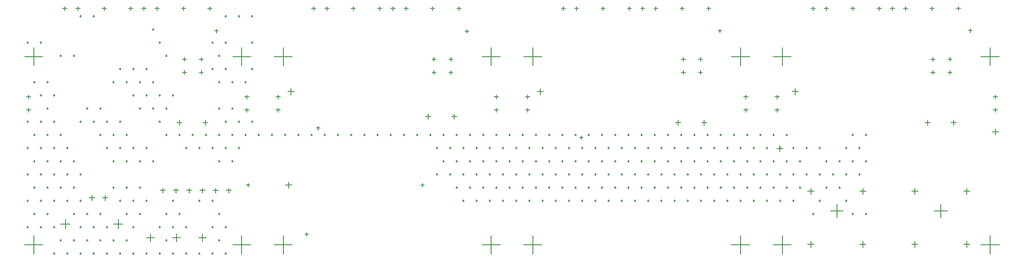
<source format=gbr>
%TF.GenerationSoftware,Altium Limited,Altium Designer,21.6.4 (81)*%
G04 Layer_Color=128*
%FSLAX45Y45*%
%MOMM*%
%TF.SameCoordinates,E19561C2-E2DB-472D-B720-4EF24A879867*%
%TF.FilePolarity,Positive*%
%TF.FileFunction,Drillmap*%
%TF.Part,Single*%
G01*
G75*
%TA.AperFunction,NonConductor*%
%ADD90C,0.12700*%
D90*
X18100681Y-398780D02*
X18180679D01*
X18140680Y-438780D02*
Y-358780D01*
X17592680Y-398780D02*
X17672681D01*
X17632680Y-438780D02*
Y-358780D01*
X17084680Y-398780D02*
X17164680D01*
X17124680Y-438780D02*
Y-358780D01*
X16830679Y-398780D02*
X16910680D01*
X16870680Y-438780D02*
Y-358780D01*
X16576680Y-398780D02*
X16656680D01*
X16616679Y-438780D02*
Y-358780D01*
X16068680Y-398780D02*
X16148680D01*
X16108681Y-438780D02*
Y-358780D01*
X15560680Y-398780D02*
X15640680D01*
X15600681Y-438780D02*
Y-358780D01*
X15306680Y-398780D02*
X15386681D01*
X15346680Y-438780D02*
Y-358780D01*
X13295000Y-398780D02*
X13375000D01*
X13335001Y-438780D02*
Y-358780D01*
X12787000Y-398780D02*
X12867000D01*
X12827000Y-438780D02*
Y-358780D01*
X12279000Y-398780D02*
X12359000D01*
X12319000Y-438780D02*
Y-358780D01*
X12025000Y-398780D02*
X12105000D01*
X12065000Y-438780D02*
Y-358780D01*
X11771000Y-398780D02*
X11851000D01*
X11811000Y-438780D02*
Y-358780D01*
X11263000Y-398780D02*
X11343000D01*
X11303000Y-438780D02*
Y-358780D01*
X10755000Y-398780D02*
X10835000D01*
X10795000Y-438780D02*
Y-358780D01*
X10501000Y-398780D02*
X10581000D01*
X10541000Y-438780D02*
Y-358780D01*
X3698880Y-398780D02*
X3778880D01*
X3738880Y-438780D02*
Y-358780D01*
X3190880Y-398780D02*
X3270880D01*
X3230880Y-438780D02*
Y-358780D01*
X2682880Y-398780D02*
X2762880D01*
X2722880Y-438780D02*
Y-358780D01*
X2428880Y-398780D02*
X2508880D01*
X2468880Y-438780D02*
Y-358780D01*
X2174880Y-398780D02*
X2254880D01*
X2214880Y-438780D02*
Y-358780D01*
X1666880Y-398780D02*
X1746880D01*
X1706880Y-438780D02*
Y-358780D01*
X1158880Y-398780D02*
X1238880D01*
X1198880Y-438780D02*
Y-358780D01*
X904880Y-398780D02*
X984880D01*
X944880Y-438780D02*
Y-358780D01*
X5697860Y-398780D02*
X5777860D01*
X5737860Y-438780D02*
Y-358780D01*
X5951860Y-398780D02*
X6031860D01*
X5991860Y-438780D02*
Y-358780D01*
X6459860Y-398780D02*
X6539860D01*
X6499860Y-438780D02*
Y-358780D01*
X6967860Y-398780D02*
X7047860D01*
X7007860Y-438780D02*
Y-358780D01*
X7221860Y-398780D02*
X7301860D01*
X7261860Y-438780D02*
Y-358780D01*
X7475860Y-398780D02*
X7555860D01*
X7515860Y-438780D02*
Y-358780D01*
X7983860Y-398780D02*
X8063860D01*
X8023860Y-438780D02*
Y-358780D01*
X8491860Y-398780D02*
X8571860D01*
X8531860Y-438780D02*
Y-358780D01*
X14639999Y-3100000D02*
X14760001D01*
X14700000Y-3160000D02*
Y-3040000D01*
X14939999Y-2000000D02*
X15060001D01*
X15000000Y-2060000D02*
Y-1940000D01*
X18789999Y-2775000D02*
X18910001D01*
X18850000Y-2835000D02*
Y-2715000D01*
X10040000Y-2000000D02*
X10160000D01*
X10100000Y-2060000D02*
Y-1940000D01*
X5240000Y-2000000D02*
X5360000D01*
X5300000Y-2060000D02*
Y-1940000D01*
X13200000Y-2600000D02*
X13300000D01*
X13250000Y-2650000D02*
Y-2550000D01*
X12700000Y-2600000D02*
X12800000D01*
X12750000Y-2650000D02*
Y-2550000D01*
X4054600Y-3903980D02*
X4149600D01*
X4102100Y-3951480D02*
Y-3856480D01*
X3800600Y-3903980D02*
X3895600D01*
X3848100Y-3951480D02*
Y-3856480D01*
X3546600Y-3903980D02*
X3641600D01*
X3594100Y-3951480D02*
Y-3856480D01*
X3292600Y-3903980D02*
X3387600D01*
X3340100Y-3951480D02*
Y-3856480D01*
X3038600Y-3903980D02*
X3133600D01*
X3086100Y-3951480D02*
Y-3856480D01*
X2784600Y-3903980D02*
X2879600D01*
X2832100Y-3951480D02*
Y-3856480D01*
X869000Y-4550000D02*
X1049000D01*
X959000Y-4640000D02*
Y-4460000D01*
X1417000Y-4042000D02*
X1517000D01*
X1467000Y-4092000D02*
Y-3992000D01*
X1671000Y-4042000D02*
X1771000D01*
X1721000Y-4092000D02*
Y-3992000D01*
X1885000Y-4550000D02*
X2065000D01*
X1975000Y-4640000D02*
Y-4460000D01*
X18000000Y-2600000D02*
X18100000D01*
X18050000Y-2650000D02*
Y-2550000D01*
X17500000Y-2600000D02*
X17600000D01*
X17550000Y-2650000D02*
Y-2550000D01*
X8388960Y-2476500D02*
X8488960D01*
X8438960Y-2526500D02*
Y-2426500D01*
X7888960Y-2476500D02*
X7988960D01*
X7938960Y-2526500D02*
Y-2426500D01*
X3600000Y-2600000D02*
X3700000D01*
X3650000Y-2650000D02*
Y-2550000D01*
X3100000Y-2600000D02*
X3200000D01*
X3150000Y-2650000D02*
Y-2550000D01*
X14610001Y-2354000D02*
X14689999D01*
X14650000Y-2394000D02*
Y-2314000D01*
X14610001Y-2100000D02*
X14689999D01*
X14650000Y-2140000D02*
Y-2060000D01*
X17610001Y-1629000D02*
X17689999D01*
X17650000Y-1669000D02*
Y-1589000D01*
X17610001Y-1375000D02*
X17689999D01*
X17650000Y-1415000D02*
Y-1335000D01*
X17935001Y-1629000D02*
X18014999D01*
X17975000Y-1669000D02*
Y-1589000D01*
X17935001Y-1375000D02*
X18014999D01*
X17975000Y-1415000D02*
Y-1335000D01*
X18810001Y-2354000D02*
X18889999D01*
X18850000Y-2394000D02*
Y-2314000D01*
X18810001Y-2100000D02*
X18889999D01*
X18850000Y-2140000D02*
Y-2060000D01*
X9810000Y-2354000D02*
X9890000D01*
X9850000Y-2394000D02*
Y-2314000D01*
X9810000Y-2100000D02*
X9890000D01*
X9850000Y-2140000D02*
Y-2060000D01*
X12810001Y-1629000D02*
X12889999D01*
X12850000Y-1668999D02*
Y-1589000D01*
X12810001Y-1375000D02*
X12889999D01*
X12850000Y-1414999D02*
Y-1335000D01*
X13135001Y-1629000D02*
X13214999D01*
X13175000Y-1668999D02*
Y-1589000D01*
X13135001Y-1375000D02*
X13214999D01*
X13175000Y-1414999D02*
Y-1335000D01*
X14010001Y-2354000D02*
X14089999D01*
X14050000Y-2394000D02*
Y-2314000D01*
X14010001Y-2100000D02*
X14089999D01*
X14050000Y-2140000D02*
Y-2060000D01*
X5010000Y-2354000D02*
X5090000D01*
X5050000Y-2394000D02*
Y-2314000D01*
X5010000Y-2100000D02*
X5090000D01*
X5050000Y-2140000D02*
Y-2060000D01*
X8010000Y-1629000D02*
X8090000D01*
X8050000Y-1668999D02*
Y-1589000D01*
X8010000Y-1375000D02*
X8090000D01*
X8050000Y-1414999D02*
Y-1335000D01*
X8335000Y-1629000D02*
X8415000D01*
X8375000Y-1668999D02*
Y-1589000D01*
X8335000Y-1375000D02*
X8415000D01*
X8375000Y-1414999D02*
Y-1335000D01*
X9210000Y-2354000D02*
X9290000D01*
X9250000Y-2394000D02*
Y-2314000D01*
X9210000Y-2100000D02*
X9290000D01*
X9250000Y-2140000D02*
Y-2060000D01*
X3210000Y-1629000D02*
X3290000D01*
X3250000Y-1669000D02*
Y-1589000D01*
X3210000Y-1375000D02*
X3290000D01*
X3250000Y-1415000D02*
Y-1335000D01*
X3535000Y-1629000D02*
X3615000D01*
X3575000Y-1669000D02*
Y-1589000D01*
X3535000Y-1375000D02*
X3615000D01*
X3575000Y-1415000D02*
Y-1335000D01*
X4410000Y-2354000D02*
X4490000D01*
X4450000Y-2394000D02*
Y-2314000D01*
X4410000Y-2100000D02*
X4490000D01*
X4450000Y-2140000D02*
Y-2060000D01*
X210000Y-2354000D02*
X290000D01*
X250000Y-2394000D02*
Y-2314000D01*
X210000Y-2100000D02*
X290000D01*
X250000Y-2140000D02*
Y-2060000D01*
X18239999Y-3920000D02*
X18360001D01*
X18300000Y-3980000D02*
Y-3860000D01*
X17239999Y-3920000D02*
X17360001D01*
X17300000Y-3980000D02*
Y-3860000D01*
X18239999Y-4940000D02*
X18360001D01*
X18300000Y-5000000D02*
Y-4880000D01*
X17239999Y-4940000D02*
X17360001D01*
X17300000Y-5000000D02*
Y-4880000D01*
X17675000Y-4300000D02*
X17925000D01*
X17800000Y-4425000D02*
Y-4175000D01*
X16239999Y-3920000D02*
X16360001D01*
X16300000Y-3980000D02*
Y-3860000D01*
X15239999Y-3920000D02*
X15360001D01*
X15300000Y-3980000D02*
Y-3860000D01*
X16239999Y-4940000D02*
X16360001D01*
X16300000Y-5000000D02*
Y-4880000D01*
X15239999Y-4940000D02*
X15360001D01*
X15300000Y-5000000D02*
Y-4880000D01*
X15675000Y-4300000D02*
X15925000D01*
X15800000Y-4425000D02*
Y-4175000D01*
X18575000Y-1325000D02*
X18924998D01*
X18750000Y-1500000D02*
Y-1150000D01*
X5190000Y-3800000D02*
X5310000D01*
X5250000Y-3860000D02*
Y-3740000D01*
X14575000Y-1325000D02*
X14925000D01*
X14750000Y-1500000D02*
Y-1150000D01*
X13775000Y-1325000D02*
X14125000D01*
X13950000Y-1500000D02*
Y-1150000D01*
X9775000Y-1325000D02*
X10125000D01*
X9950000Y-1500000D02*
Y-1150000D01*
X8975000Y-1325000D02*
X9325000D01*
X9150000Y-1500000D02*
Y-1150000D01*
X4975000Y-1325000D02*
X5325000D01*
X5150000Y-1500000D02*
Y-1150000D01*
X4175000Y-1325000D02*
X4525000D01*
X4350000Y-1500000D02*
Y-1150000D01*
X18575000Y-4950000D02*
X18925000D01*
X18750000Y-5125000D02*
Y-4775000D01*
X4175000Y-4950000D02*
X4525000D01*
X4350000Y-5125000D02*
Y-4775000D01*
X14575000Y-4950000D02*
X14925000D01*
X14750000Y-5125000D02*
Y-4775000D01*
X4975000Y-4950000D02*
X5325000D01*
X5150000Y-5125000D02*
Y-4775000D01*
X8975000Y-4950000D02*
X9325000D01*
X9150000Y-5125000D02*
Y-4775000D01*
X175000Y-4950000D02*
X525000D01*
X350000Y-5125000D02*
Y-4775000D01*
X13775000Y-4950000D02*
X14125000D01*
X13950000Y-5125000D02*
Y-4775000D01*
X9775000Y-4950000D02*
X10125000D01*
X9950000Y-5125000D02*
Y-4775000D01*
X2522530Y-4814570D02*
X2672530D01*
X2597530Y-4889570D02*
Y-4739570D01*
X3022530Y-4814570D02*
X3172530D01*
X3097530Y-4889570D02*
Y-4739570D01*
X3522530Y-4814570D02*
X3672530D01*
X3597530Y-4889570D02*
Y-4739570D01*
X175000Y-1325000D02*
X525000D01*
X350000Y-1500000D02*
Y-1150000D01*
X16341000Y-2832000D02*
X16381000D01*
X16361000Y-2852000D02*
Y-2812000D01*
X16214000Y-3086000D02*
X16253999D01*
X16234000Y-3106000D02*
Y-3066000D01*
X16341000Y-3340000D02*
X16381000D01*
X16361000Y-3360000D02*
Y-3320000D01*
X16214000Y-3594000D02*
X16253999D01*
X16234000Y-3614000D02*
Y-3574000D01*
X16341000Y-4356000D02*
X16381000D01*
X16361000Y-4376000D02*
Y-4336000D01*
X16087000Y-2832000D02*
X16127000D01*
X16107001Y-2852000D02*
Y-2812000D01*
X15960001Y-3086000D02*
X16000000D01*
X15980000Y-3106000D02*
Y-3066000D01*
X16087000Y-3340000D02*
X16127000D01*
X16107001Y-3360000D02*
Y-3320000D01*
X15960001Y-3594000D02*
X16000000D01*
X15980000Y-3614000D02*
Y-3574000D01*
X15960001Y-4102000D02*
X16000000D01*
X15980000Y-4122000D02*
Y-4082000D01*
X16087000Y-4356000D02*
X16127000D01*
X16107001Y-4376000D02*
Y-4336000D01*
X15833000Y-3340000D02*
X15873000D01*
X15853000Y-3360000D02*
Y-3320000D01*
X15706000Y-3594000D02*
X15746001D01*
X15725999Y-3614000D02*
Y-3574000D01*
X15833000Y-3848000D02*
X15873000D01*
X15853000Y-3868000D02*
Y-3828000D01*
X15452000Y-3086000D02*
X15492000D01*
X15472000Y-3106000D02*
Y-3066000D01*
X15578999Y-3340000D02*
X15619000D01*
X15599001Y-3360000D02*
Y-3320000D01*
X15452000Y-3594000D02*
X15492000D01*
X15472000Y-3614000D02*
Y-3574000D01*
X15578999Y-3848000D02*
X15619000D01*
X15599001Y-3868000D02*
Y-3828000D01*
X15452000Y-4102000D02*
X15492000D01*
X15472000Y-4122000D02*
Y-4082000D01*
X15198000Y-3086000D02*
X15238000D01*
X15217999Y-3106000D02*
Y-3066000D01*
X15198000Y-3594000D02*
X15238000D01*
X15217999Y-3614000D02*
Y-3574000D01*
X15325000Y-4356000D02*
X15364999D01*
X15345000Y-4376000D02*
Y-4336000D01*
X14944000Y-3086000D02*
X14984000D01*
X14964000Y-3106000D02*
Y-3066000D01*
X15071001Y-3340000D02*
X15111000D01*
X15091000Y-3360000D02*
Y-3320000D01*
X14944000Y-3594000D02*
X14984000D01*
X14964000Y-3614000D02*
Y-3574000D01*
X15071001Y-3848000D02*
X15111000D01*
X15091000Y-3868000D02*
Y-3828000D01*
X14944000Y-4102000D02*
X14984000D01*
X14964000Y-4122000D02*
Y-4082000D01*
X14817000Y-2832000D02*
X14857001D01*
X14837000Y-2852000D02*
Y-2812000D01*
X14689999Y-3086000D02*
X14730000D01*
X14710001Y-3106000D02*
Y-3066000D01*
X14817000Y-3340000D02*
X14857001D01*
X14837000Y-3360000D02*
Y-3320000D01*
X14689999Y-3594000D02*
X14730000D01*
X14710001Y-3614000D02*
Y-3574000D01*
X14817000Y-3848000D02*
X14857001D01*
X14837000Y-3868000D02*
Y-3828000D01*
X14689999Y-4102000D02*
X14730000D01*
X14710001Y-4122000D02*
Y-4082000D01*
X14563000Y-2832000D02*
X14603000D01*
X14583000Y-2852000D02*
Y-2812000D01*
X14436000Y-3086000D02*
X14475999D01*
X14456000Y-3106000D02*
Y-3066000D01*
X14563000Y-3340000D02*
X14603000D01*
X14583000Y-3360000D02*
Y-3320000D01*
X14436000Y-3594000D02*
X14475999D01*
X14456000Y-3614000D02*
Y-3574000D01*
X14563000Y-3848000D02*
X14603000D01*
X14583000Y-3868000D02*
Y-3828000D01*
X14436000Y-4102000D02*
X14475999D01*
X14456000Y-4122000D02*
Y-4082000D01*
X14309000Y-2832000D02*
X14349001D01*
X14328999Y-2852000D02*
Y-2812000D01*
X14182001Y-3086000D02*
X14222000D01*
X14202000Y-3106000D02*
Y-3066000D01*
X14309000Y-3340000D02*
X14349001D01*
X14328999Y-3360000D02*
Y-3320000D01*
X14182001Y-3594000D02*
X14222000D01*
X14202000Y-3614000D02*
Y-3574000D01*
X14309000Y-3848000D02*
X14349001D01*
X14328999Y-3868000D02*
Y-3828000D01*
X14182001Y-4102000D02*
X14222000D01*
X14202000Y-4122000D02*
Y-4082000D01*
X14055000Y-2832000D02*
X14095000D01*
X14075000Y-2852000D02*
Y-2812000D01*
X13928000Y-3086000D02*
X13967999D01*
X13948000Y-3106000D02*
Y-3066000D01*
X14055000Y-3340000D02*
X14095000D01*
X14075000Y-3360000D02*
Y-3320000D01*
X13928000Y-3594000D02*
X13967999D01*
X13948000Y-3614000D02*
Y-3574000D01*
X14055000Y-3848000D02*
X14095000D01*
X14075000Y-3868000D02*
Y-3828000D01*
X13928000Y-4102000D02*
X13967999D01*
X13948000Y-4122000D02*
Y-4082000D01*
X13800999Y-2832000D02*
X13841000D01*
X13821001Y-2852000D02*
Y-2812000D01*
X13674001Y-3086000D02*
X13714000D01*
X13694000Y-3106000D02*
Y-3066000D01*
X13800999Y-3340000D02*
X13841000D01*
X13821001Y-3360000D02*
Y-3320000D01*
X13674001Y-3594000D02*
X13714000D01*
X13694000Y-3614000D02*
Y-3574000D01*
X13800999Y-3848000D02*
X13841000D01*
X13821001Y-3868000D02*
Y-3828000D01*
X13674001Y-4102000D02*
X13714000D01*
X13694000Y-4122000D02*
Y-4082000D01*
X13547000Y-2832000D02*
X13587000D01*
X13567000Y-2852000D02*
Y-2812000D01*
X13420000Y-3086000D02*
X13460001D01*
X13439999Y-3106000D02*
Y-3066000D01*
X13547000Y-3340000D02*
X13587000D01*
X13567000Y-3360000D02*
Y-3320000D01*
X13420000Y-3594000D02*
X13460001D01*
X13439999Y-3614000D02*
Y-3574000D01*
X13547000Y-3848000D02*
X13587000D01*
X13567000Y-3868000D02*
Y-3828000D01*
X13420000Y-4102000D02*
X13460001D01*
X13439999Y-4122000D02*
Y-4082000D01*
X13292999Y-2832000D02*
X13333000D01*
X13313000Y-2852000D02*
Y-2812000D01*
X13166000Y-3086000D02*
X13206000D01*
X13186000Y-3106000D02*
Y-3066000D01*
X13292999Y-3340000D02*
X13333000D01*
X13313000Y-3360000D02*
Y-3320000D01*
X13166000Y-3594000D02*
X13206000D01*
X13186000Y-3614000D02*
Y-3574000D01*
X13292999Y-3848000D02*
X13333000D01*
X13313000Y-3868000D02*
Y-3828000D01*
X13166000Y-4102000D02*
X13206000D01*
X13186000Y-4122000D02*
Y-4082000D01*
X13039000Y-2832000D02*
X13078999D01*
X13059000Y-2852000D02*
Y-2812000D01*
X12912000Y-3086000D02*
X12952000D01*
X12932001Y-3106000D02*
Y-3066000D01*
X13039000Y-3340000D02*
X13078999D01*
X13059000Y-3360000D02*
Y-3320000D01*
X12912000Y-3594000D02*
X12952000D01*
X12932001Y-3614000D02*
Y-3574000D01*
X13039000Y-3848000D02*
X13078999D01*
X13059000Y-3868000D02*
Y-3828000D01*
X12912000Y-4102000D02*
X12952000D01*
X12932001Y-4122000D02*
Y-4082000D01*
X12785000Y-2832000D02*
X12825000D01*
X12805000Y-2852000D02*
Y-2812000D01*
X12658000Y-3086000D02*
X12698000D01*
X12678000Y-3106000D02*
Y-3066000D01*
X12785000Y-3340000D02*
X12825000D01*
X12805000Y-3360000D02*
Y-3320000D01*
X12658000Y-3594000D02*
X12698000D01*
X12678000Y-3614000D02*
Y-3574000D01*
X12785000Y-3848000D02*
X12825000D01*
X12805000Y-3868000D02*
Y-3828000D01*
X12658000Y-4102000D02*
X12698000D01*
X12678000Y-4122000D02*
Y-4082000D01*
X12531000Y-2832000D02*
X12571000D01*
X12551000Y-2852000D02*
Y-2812000D01*
X12404000Y-3086000D02*
X12444000D01*
X12424000Y-3106000D02*
Y-3066000D01*
X12531000Y-3340000D02*
X12571000D01*
X12551000Y-3360000D02*
Y-3320000D01*
X12404000Y-3594000D02*
X12444000D01*
X12424000Y-3614000D02*
Y-3574000D01*
X12531000Y-3848000D02*
X12571000D01*
X12551000Y-3868000D02*
Y-3828000D01*
X12404000Y-4102000D02*
X12444000D01*
X12424000Y-4122000D02*
Y-4082000D01*
X12277000Y-2832000D02*
X12317000D01*
X12297000Y-2852000D02*
Y-2812000D01*
X12150000Y-3086000D02*
X12190000D01*
X12170000Y-3106000D02*
Y-3066000D01*
X12277000Y-3340000D02*
X12317000D01*
X12297000Y-3360000D02*
Y-3320000D01*
X12150000Y-3594000D02*
X12190000D01*
X12170000Y-3614000D02*
Y-3574000D01*
X12277000Y-3848000D02*
X12317000D01*
X12297000Y-3868000D02*
Y-3828000D01*
X12150000Y-4102000D02*
X12190000D01*
X12170000Y-4122000D02*
Y-4082000D01*
X12023000Y-2832000D02*
X12063000D01*
X12043000Y-2852000D02*
Y-2812000D01*
X11896000Y-3086000D02*
X11936000D01*
X11916000Y-3106000D02*
Y-3066000D01*
X12023000Y-3340000D02*
X12063000D01*
X12043000Y-3360000D02*
Y-3320000D01*
X11896000Y-3594000D02*
X11936000D01*
X11916000Y-3614000D02*
Y-3574000D01*
X12023000Y-3848000D02*
X12063000D01*
X12043000Y-3868000D02*
Y-3828000D01*
X11896000Y-4102000D02*
X11936000D01*
X11916000Y-4122000D02*
Y-4082000D01*
X11769000Y-2832000D02*
X11809000D01*
X11789000Y-2852000D02*
Y-2812000D01*
X11642000Y-3086000D02*
X11682000D01*
X11662000Y-3106000D02*
Y-3066000D01*
X11769000Y-3340000D02*
X11809000D01*
X11789000Y-3360000D02*
Y-3320000D01*
X11642000Y-3594000D02*
X11682000D01*
X11662000Y-3614000D02*
Y-3574000D01*
X11769000Y-3848000D02*
X11809000D01*
X11789000Y-3868000D02*
Y-3828000D01*
X11642000Y-4102000D02*
X11682000D01*
X11662000Y-4122000D02*
Y-4082000D01*
X11515000Y-2832000D02*
X11555000D01*
X11535000Y-2852000D02*
Y-2812000D01*
X11388000Y-3086000D02*
X11428000D01*
X11408000Y-3106000D02*
Y-3066000D01*
X11515000Y-3340000D02*
X11555000D01*
X11535000Y-3360000D02*
Y-3320000D01*
X11388000Y-3594000D02*
X11428000D01*
X11408000Y-3614000D02*
Y-3574000D01*
X11515000Y-3848000D02*
X11555000D01*
X11535000Y-3868000D02*
Y-3828000D01*
X11388000Y-4102000D02*
X11428000D01*
X11408000Y-4122000D02*
Y-4082000D01*
X11261000Y-2832000D02*
X11301000D01*
X11281000Y-2852000D02*
Y-2812000D01*
X11134000Y-3086000D02*
X11174000D01*
X11154000Y-3106000D02*
Y-3066000D01*
X11261000Y-3340000D02*
X11301000D01*
X11281000Y-3360000D02*
Y-3320000D01*
X11134000Y-3594000D02*
X11174000D01*
X11154000Y-3614000D02*
Y-3574000D01*
X11261000Y-3848000D02*
X11301000D01*
X11281000Y-3868000D02*
Y-3828000D01*
X11134000Y-4102000D02*
X11174000D01*
X11154000Y-4122000D02*
Y-4082000D01*
X11007000Y-2832000D02*
X11047000D01*
X11027000Y-2852000D02*
Y-2812000D01*
X10880000Y-3086000D02*
X10920000D01*
X10900000Y-3106000D02*
Y-3066000D01*
X11007000Y-3340000D02*
X11047000D01*
X11027000Y-3360000D02*
Y-3320000D01*
X10880000Y-3594000D02*
X10920000D01*
X10900000Y-3614000D02*
Y-3574000D01*
X11007000Y-3848000D02*
X11047000D01*
X11027000Y-3868000D02*
Y-3828000D01*
X10880000Y-4102000D02*
X10920000D01*
X10900000Y-4122000D02*
Y-4082000D01*
X10753000Y-2832000D02*
X10793000D01*
X10773000Y-2852000D02*
Y-2812000D01*
X10626000Y-3086000D02*
X10666000D01*
X10646000Y-3106000D02*
Y-3066000D01*
X10753000Y-3340000D02*
X10793000D01*
X10773000Y-3360000D02*
Y-3320000D01*
X10626000Y-3594000D02*
X10666000D01*
X10646000Y-3614000D02*
Y-3574000D01*
X10753000Y-3848000D02*
X10793000D01*
X10773000Y-3868000D02*
Y-3828000D01*
X10626000Y-4102000D02*
X10666000D01*
X10646000Y-4122000D02*
Y-4082000D01*
X10499000Y-2832000D02*
X10539000D01*
X10519000Y-2852000D02*
Y-2812000D01*
X10372000Y-3086000D02*
X10412000D01*
X10392000Y-3106000D02*
Y-3066000D01*
X10499000Y-3340000D02*
X10539000D01*
X10519000Y-3360000D02*
Y-3320000D01*
X10372000Y-3594000D02*
X10412000D01*
X10392000Y-3614000D02*
Y-3574000D01*
X10499000Y-3848000D02*
X10539000D01*
X10519000Y-3868000D02*
Y-3828000D01*
X10372000Y-4102000D02*
X10412000D01*
X10392000Y-4122000D02*
Y-4082000D01*
X10245000Y-2832000D02*
X10285000D01*
X10265000Y-2852000D02*
Y-2812000D01*
X10118000Y-3086000D02*
X10158000D01*
X10138000Y-3106000D02*
Y-3066000D01*
X10245000Y-3340000D02*
X10285000D01*
X10265000Y-3360000D02*
Y-3320000D01*
X10118000Y-3594000D02*
X10158000D01*
X10138000Y-3614000D02*
Y-3574000D01*
X10245000Y-3848000D02*
X10285000D01*
X10265000Y-3868000D02*
Y-3828000D01*
X10118000Y-4102000D02*
X10158000D01*
X10138000Y-4122000D02*
Y-4082000D01*
X9991000Y-2832000D02*
X10031000D01*
X10011000Y-2852000D02*
Y-2812000D01*
X9864000Y-3086000D02*
X9904000D01*
X9884000Y-3106000D02*
Y-3066000D01*
X9991000Y-3340000D02*
X10031000D01*
X10011000Y-3360000D02*
Y-3320000D01*
X9864000Y-3594000D02*
X9904000D01*
X9884000Y-3614000D02*
Y-3574000D01*
X9991000Y-3848000D02*
X10031000D01*
X10011000Y-3868000D02*
Y-3828000D01*
X9864000Y-4102000D02*
X9904000D01*
X9884000Y-4122000D02*
Y-4082000D01*
X9737000Y-2832000D02*
X9777000D01*
X9757000Y-2852000D02*
Y-2812000D01*
X9610000Y-3086000D02*
X9650000D01*
X9630000Y-3106000D02*
Y-3066000D01*
X9737000Y-3340000D02*
X9777000D01*
X9757000Y-3360000D02*
Y-3320000D01*
X9610000Y-3594000D02*
X9650000D01*
X9630000Y-3614000D02*
Y-3574000D01*
X9737000Y-3848000D02*
X9777000D01*
X9757000Y-3868000D02*
Y-3828000D01*
X9610000Y-4102000D02*
X9650000D01*
X9630000Y-4122000D02*
Y-4082000D01*
X9483000Y-2832000D02*
X9523000D01*
X9503000Y-2852000D02*
Y-2812000D01*
X9356000Y-3086000D02*
X9396000D01*
X9376000Y-3106000D02*
Y-3066000D01*
X9483000Y-3340000D02*
X9523000D01*
X9503000Y-3360000D02*
Y-3320000D01*
X9356000Y-3594000D02*
X9396000D01*
X9376000Y-3614000D02*
Y-3574000D01*
X9483000Y-3848000D02*
X9523000D01*
X9503000Y-3868000D02*
Y-3828000D01*
X9356000Y-4102000D02*
X9396000D01*
X9376000Y-4122000D02*
Y-4082000D01*
X9229000Y-2832000D02*
X9269000D01*
X9249000Y-2852000D02*
Y-2812000D01*
X9102000Y-3086000D02*
X9142000D01*
X9122000Y-3106000D02*
Y-3066000D01*
X9229000Y-3340000D02*
X9269000D01*
X9249000Y-3360000D02*
Y-3320000D01*
X9102000Y-3594000D02*
X9142000D01*
X9122000Y-3614000D02*
Y-3574000D01*
X9229000Y-3848000D02*
X9269000D01*
X9249000Y-3868000D02*
Y-3828000D01*
X9102000Y-4102000D02*
X9142000D01*
X9122000Y-4122000D02*
Y-4082000D01*
X8975000Y-2832000D02*
X9015000D01*
X8995000Y-2852000D02*
Y-2812000D01*
X8848000Y-3086000D02*
X8888000D01*
X8868000Y-3106000D02*
Y-3066000D01*
X8975000Y-3340000D02*
X9015000D01*
X8995000Y-3360000D02*
Y-3320000D01*
X8848000Y-3594000D02*
X8888000D01*
X8868000Y-3614000D02*
Y-3574000D01*
X8975000Y-3848000D02*
X9015000D01*
X8995000Y-3868000D02*
Y-3828000D01*
X8848000Y-4102000D02*
X8888000D01*
X8868000Y-4122000D02*
Y-4082000D01*
X8721000Y-2832000D02*
X8761000D01*
X8741000Y-2852000D02*
Y-2812000D01*
X8594000Y-3086000D02*
X8634000D01*
X8614000Y-3106000D02*
Y-3066000D01*
X8721000Y-3340000D02*
X8761000D01*
X8741000Y-3360000D02*
Y-3320000D01*
X8594000Y-3594000D02*
X8634000D01*
X8614000Y-3614000D02*
Y-3574000D01*
X8721000Y-3848000D02*
X8761000D01*
X8741000Y-3868000D02*
Y-3828000D01*
X8594000Y-4102000D02*
X8634000D01*
X8614000Y-4122000D02*
Y-4082000D01*
X8467000Y-2832000D02*
X8507000D01*
X8487000Y-2852000D02*
Y-2812000D01*
X8340000Y-3086000D02*
X8380000D01*
X8360000Y-3106000D02*
Y-3066000D01*
X8467000Y-3340000D02*
X8507000D01*
X8487000Y-3360000D02*
Y-3320000D01*
X8340000Y-3594000D02*
X8380000D01*
X8360000Y-3614000D02*
Y-3574000D01*
X8467000Y-3848000D02*
X8507000D01*
X8487000Y-3868000D02*
Y-3828000D01*
X8213000Y-2832000D02*
X8253000D01*
X8233000Y-2852000D02*
Y-2812000D01*
X8086000Y-3086000D02*
X8126000D01*
X8106000Y-3106000D02*
Y-3066000D01*
X8213000Y-3340000D02*
X8253000D01*
X8233000Y-3360000D02*
Y-3320000D01*
X8086000Y-3594000D02*
X8126000D01*
X8106000Y-3614000D02*
Y-3574000D01*
X7959000Y-2832000D02*
X7999000D01*
X7979000Y-2852000D02*
Y-2812000D01*
X7705000Y-2832000D02*
X7745000D01*
X7725000Y-2852000D02*
Y-2812000D01*
X7451000Y-2832000D02*
X7491000D01*
X7471000Y-2852000D02*
Y-2812000D01*
X7197000Y-2832000D02*
X7237000D01*
X7217000Y-2852000D02*
Y-2812000D01*
X6943000Y-2832000D02*
X6983000D01*
X6963000Y-2852000D02*
Y-2812000D01*
X6689000Y-2832000D02*
X6729000D01*
X6709000Y-2852000D02*
Y-2812000D01*
X6435000Y-2832000D02*
X6475000D01*
X6455000Y-2852000D02*
Y-2812000D01*
X6181000Y-2832000D02*
X6221000D01*
X6201000Y-2852000D02*
Y-2812000D01*
X5927000Y-2832000D02*
X5967000D01*
X5947000Y-2852000D02*
Y-2812000D01*
X5673000Y-2832000D02*
X5713000D01*
X5693000Y-2852000D02*
Y-2812000D01*
X5419000Y-2832000D02*
X5459000D01*
X5439000Y-2852000D02*
Y-2812000D01*
X5165000Y-2832000D02*
X5205000D01*
X5185000Y-2852000D02*
Y-2812000D01*
X4911000Y-2832000D02*
X4951000D01*
X4931000Y-2852000D02*
Y-2812000D01*
X4530000Y-546000D02*
X4570000D01*
X4550000Y-566000D02*
Y-526000D01*
X4530000Y-1054000D02*
X4570000D01*
X4550000Y-1074000D02*
Y-1034000D01*
X4530000Y-1562000D02*
X4570000D01*
X4550000Y-1582000D02*
Y-1542000D01*
X4530000Y-2578000D02*
X4570000D01*
X4550000Y-2598000D02*
Y-2558000D01*
X4657000Y-2832000D02*
X4697000D01*
X4677000Y-2852000D02*
Y-2812000D01*
X4276000Y-546000D02*
X4316000D01*
X4296000Y-566000D02*
Y-526000D01*
X4403000Y-1816000D02*
X4443000D01*
X4423000Y-1836000D02*
Y-1796000D01*
X4276000Y-2578000D02*
X4316000D01*
X4296000Y-2598000D02*
Y-2558000D01*
X4403000Y-2832000D02*
X4443000D01*
X4423000Y-2852000D02*
Y-2812000D01*
X4276000Y-3086000D02*
X4316000D01*
X4296000Y-3106000D02*
Y-3066000D01*
X4022000Y-546000D02*
X4062000D01*
X4042000Y-566000D02*
Y-526000D01*
X4022000Y-1054000D02*
X4062000D01*
X4042000Y-1074000D02*
Y-1034000D01*
X4022000Y-1562000D02*
X4062000D01*
X4042000Y-1582000D02*
Y-1542000D01*
X4149000Y-1816000D02*
X4189000D01*
X4169000Y-1836000D02*
Y-1796000D01*
X4149000Y-2324000D02*
X4189000D01*
X4169000Y-2344000D02*
Y-2304000D01*
X4022000Y-2578000D02*
X4062000D01*
X4042000Y-2598000D02*
Y-2558000D01*
X4149000Y-2832000D02*
X4189000D01*
X4169000Y-2852000D02*
Y-2812000D01*
X4022000Y-3086000D02*
X4062000D01*
X4042000Y-3106000D02*
Y-3066000D01*
X4149000Y-3340000D02*
X4189000D01*
X4169000Y-3360000D02*
Y-3320000D01*
X4022000Y-4610000D02*
X4062000D01*
X4042000Y-4630000D02*
Y-4590000D01*
X4022000Y-5118000D02*
X4062000D01*
X4042000Y-5138000D02*
Y-5098000D01*
X3768000Y-1054000D02*
X3808000D01*
X3788000Y-1074000D02*
Y-1034000D01*
X3895000Y-1308000D02*
X3935000D01*
X3915000Y-1328000D02*
Y-1288000D01*
X3768000Y-1562000D02*
X3808000D01*
X3788000Y-1582000D02*
Y-1542000D01*
X3895000Y-1816000D02*
X3935000D01*
X3915000Y-1836000D02*
Y-1796000D01*
X3895000Y-2324000D02*
X3935000D01*
X3915000Y-2344000D02*
Y-2304000D01*
X3895000Y-2832000D02*
X3935000D01*
X3915000Y-2852000D02*
Y-2812000D01*
X3768000Y-3086000D02*
X3808000D01*
X3788000Y-3106000D02*
Y-3066000D01*
X3895000Y-3340000D02*
X3935000D01*
X3915000Y-3360000D02*
Y-3320000D01*
X3768000Y-4102000D02*
X3808000D01*
X3788000Y-4122000D02*
Y-4082000D01*
X3895000Y-4356000D02*
X3935000D01*
X3915000Y-4376000D02*
Y-4336000D01*
X3768000Y-4610000D02*
X3808000D01*
X3788000Y-4630000D02*
Y-4590000D01*
X3895000Y-4864000D02*
X3935000D01*
X3915000Y-4884000D02*
Y-4844000D01*
X3768000Y-5118000D02*
X3808000D01*
X3788000Y-5138000D02*
Y-5098000D01*
X3641000Y-2832000D02*
X3681000D01*
X3661000Y-2852000D02*
Y-2812000D01*
X3514000Y-3086000D02*
X3554000D01*
X3534000Y-3106000D02*
Y-3066000D01*
X3514000Y-4102000D02*
X3554000D01*
X3534000Y-4122000D02*
Y-4082000D01*
X3514000Y-5118000D02*
X3554000D01*
X3534000Y-5138000D02*
Y-5098000D01*
X3387000Y-2832000D02*
X3427000D01*
X3407000Y-2852000D02*
Y-2812000D01*
X3260000Y-3086000D02*
X3300000D01*
X3280000Y-3106000D02*
Y-3066000D01*
X3260000Y-4610000D02*
X3300000D01*
X3280000Y-4630000D02*
Y-4590000D01*
X3260000Y-5118000D02*
X3300000D01*
X3280000Y-5138000D02*
Y-5098000D01*
X3006000Y-2070000D02*
X3046000D01*
X3026000Y-2090000D02*
Y-2050000D01*
X3133000Y-2832000D02*
X3173000D01*
X3153000Y-2852000D02*
Y-2812000D01*
X3006000Y-4102000D02*
X3046000D01*
X3026000Y-4122000D02*
Y-4082000D01*
X3133000Y-4356000D02*
X3173000D01*
X3153000Y-4376000D02*
Y-4336000D01*
X3006000Y-4610000D02*
X3046000D01*
X3026000Y-4630000D02*
Y-4590000D01*
X3006000Y-5118000D02*
X3046000D01*
X3026000Y-5138000D02*
Y-5098000D01*
X2752000Y-1054000D02*
X2792000D01*
X2772000Y-1074000D02*
Y-1034000D01*
X2879000Y-1308000D02*
X2919000D01*
X2899000Y-1328000D02*
Y-1288000D01*
X2752000Y-2070000D02*
X2792000D01*
X2772000Y-2090000D02*
Y-2050000D01*
X2879000Y-2324000D02*
X2919000D01*
X2899000Y-2344000D02*
Y-2304000D01*
X2752000Y-2578000D02*
X2792000D01*
X2772000Y-2598000D02*
Y-2558000D01*
X2879000Y-2832000D02*
X2919000D01*
X2899000Y-2852000D02*
Y-2812000D01*
X2879000Y-4356000D02*
X2919000D01*
X2899000Y-4376000D02*
Y-4336000D01*
X2752000Y-4610000D02*
X2792000D01*
X2772000Y-4630000D02*
Y-4590000D01*
X2879000Y-4864000D02*
X2919000D01*
X2899000Y-4884000D02*
Y-4844000D01*
X2752000Y-5118000D02*
X2792000D01*
X2772000Y-5138000D02*
Y-5098000D01*
X2625000Y-800000D02*
X2665000D01*
X2645000Y-820000D02*
Y-780000D01*
X2498000Y-1562000D02*
X2538000D01*
X2518000Y-1582000D02*
Y-1542000D01*
X2625000Y-1816000D02*
X2665000D01*
X2645000Y-1836000D02*
Y-1796000D01*
X2498000Y-2070000D02*
X2538000D01*
X2518000Y-2090000D02*
Y-2050000D01*
X2625000Y-2324000D02*
X2665000D01*
X2645000Y-2344000D02*
Y-2304000D01*
X2498000Y-3086000D02*
X2538000D01*
X2518000Y-3106000D02*
Y-3066000D01*
X2625000Y-3340000D02*
X2665000D01*
X2645000Y-3360000D02*
Y-3320000D01*
X2498000Y-4102000D02*
X2538000D01*
X2518000Y-4122000D02*
Y-4082000D01*
X2498000Y-5118000D02*
X2538000D01*
X2518000Y-5138000D02*
Y-5098000D01*
X2244000Y-1562000D02*
X2284000D01*
X2264000Y-1582000D02*
Y-1542000D01*
X2371000Y-1816000D02*
X2411000D01*
X2391000Y-1836000D02*
Y-1796000D01*
X2244000Y-2070000D02*
X2284000D01*
X2264000Y-2090000D02*
Y-2050000D01*
X2371000Y-2324000D02*
X2411000D01*
X2391000Y-2344000D02*
Y-2304000D01*
X2244000Y-3086000D02*
X2284000D01*
X2264000Y-3106000D02*
Y-3066000D01*
X2371000Y-3340000D02*
X2411000D01*
X2391000Y-3360000D02*
Y-3320000D01*
X2371000Y-3848000D02*
X2411000D01*
X2391000Y-3868000D02*
Y-3828000D01*
X2244000Y-4102000D02*
X2284000D01*
X2264000Y-4122000D02*
Y-4082000D01*
X2371000Y-4356000D02*
X2411000D01*
X2391000Y-4376000D02*
Y-4336000D01*
X2244000Y-4610000D02*
X2284000D01*
X2264000Y-4630000D02*
Y-4590000D01*
X2244000Y-5118000D02*
X2284000D01*
X2264000Y-5138000D02*
Y-5098000D01*
X1990000Y-1562000D02*
X2030000D01*
X2010000Y-1582000D02*
Y-1542000D01*
X2117000Y-1816000D02*
X2157000D01*
X2137000Y-1836000D02*
Y-1796000D01*
X1990000Y-2578000D02*
X2030000D01*
X2010000Y-2598000D02*
Y-2558000D01*
X2117000Y-2832000D02*
X2157000D01*
X2137000Y-2852000D02*
Y-2812000D01*
X1990000Y-3086000D02*
X2030000D01*
X2010000Y-3106000D02*
Y-3066000D01*
X2117000Y-3340000D02*
X2157000D01*
X2137000Y-3360000D02*
Y-3320000D01*
X2117000Y-3848000D02*
X2157000D01*
X2137000Y-3868000D02*
Y-3828000D01*
X1990000Y-4102000D02*
X2030000D01*
X2010000Y-4122000D02*
Y-4082000D01*
X2117000Y-4356000D02*
X2157000D01*
X2137000Y-4376000D02*
Y-4336000D01*
X2117000Y-4864000D02*
X2157000D01*
X2137000Y-4884000D02*
Y-4844000D01*
X1990000Y-5118000D02*
X2030000D01*
X2010000Y-5138000D02*
Y-5098000D01*
X1863000Y-1816000D02*
X1903000D01*
X1883000Y-1836000D02*
Y-1796000D01*
X1736000Y-2578000D02*
X1776000D01*
X1756000Y-2598000D02*
Y-2558000D01*
X1863000Y-2832000D02*
X1903000D01*
X1883000Y-2852000D02*
Y-2812000D01*
X1736000Y-3086000D02*
X1776000D01*
X1756000Y-3106000D02*
Y-3066000D01*
X1863000Y-3340000D02*
X1903000D01*
X1883000Y-3360000D02*
Y-3320000D01*
X1863000Y-3848000D02*
X1903000D01*
X1883000Y-3868000D02*
Y-3828000D01*
X1736000Y-4610000D02*
X1776000D01*
X1756000Y-4630000D02*
Y-4590000D01*
X1863000Y-4864000D02*
X1903000D01*
X1883000Y-4884000D02*
Y-4844000D01*
X1736000Y-5118000D02*
X1776000D01*
X1756000Y-5138000D02*
Y-5098000D01*
X1482000Y-546000D02*
X1522000D01*
X1502000Y-566000D02*
Y-526000D01*
X1609000Y-2324000D02*
X1649000D01*
X1629000Y-2344000D02*
Y-2304000D01*
X1482000Y-2578000D02*
X1522000D01*
X1502000Y-2598000D02*
Y-2558000D01*
X1609000Y-2832000D02*
X1649000D01*
X1629000Y-2852000D02*
Y-2812000D01*
X1609000Y-4356000D02*
X1649000D01*
X1629000Y-4376000D02*
Y-4336000D01*
X1482000Y-4610000D02*
X1522000D01*
X1502000Y-4630000D02*
Y-4590000D01*
X1609000Y-4864000D02*
X1649000D01*
X1629000Y-4884000D02*
Y-4844000D01*
X1482000Y-5118000D02*
X1522000D01*
X1502000Y-5138000D02*
Y-5098000D01*
X1228000Y-546000D02*
X1268000D01*
X1248000Y-566000D02*
Y-526000D01*
X1355000Y-2324000D02*
X1395000D01*
X1375000Y-2344000D02*
Y-2304000D01*
X1228000Y-2578000D02*
X1268000D01*
X1248000Y-2598000D02*
Y-2558000D01*
X1228000Y-3594000D02*
X1268000D01*
X1248000Y-3614000D02*
Y-3574000D01*
X1228000Y-4102000D02*
X1268000D01*
X1248000Y-4122000D02*
Y-4082000D01*
X1355000Y-4356000D02*
X1395000D01*
X1375000Y-4376000D02*
Y-4336000D01*
X1228000Y-4610000D02*
X1268000D01*
X1248000Y-4630000D02*
Y-4590000D01*
X1355000Y-4864000D02*
X1395000D01*
X1375000Y-4884000D02*
Y-4844000D01*
X1228000Y-5118000D02*
X1268000D01*
X1248000Y-5138000D02*
Y-5098000D01*
X1101000Y-1308000D02*
X1141000D01*
X1121000Y-1328000D02*
Y-1288000D01*
X974000Y-3086000D02*
X1014000D01*
X994000Y-3106000D02*
Y-3066000D01*
X1101000Y-3340000D02*
X1141000D01*
X1121000Y-3360000D02*
Y-3320000D01*
X974000Y-3594000D02*
X1014000D01*
X994000Y-3614000D02*
Y-3574000D01*
X1101000Y-3848000D02*
X1141000D01*
X1121000Y-3868000D02*
Y-3828000D01*
X974000Y-4102000D02*
X1014000D01*
X994000Y-4122000D02*
Y-4082000D01*
X1101000Y-4356000D02*
X1141000D01*
X1121000Y-4376000D02*
Y-4336000D01*
X1101000Y-4864000D02*
X1141000D01*
X1121000Y-4884000D02*
Y-4844000D01*
X974000Y-5118000D02*
X1014000D01*
X994000Y-5138000D02*
Y-5098000D01*
X847000Y-1308000D02*
X887000D01*
X867000Y-1328000D02*
Y-1288000D01*
X720000Y-2070000D02*
X760000D01*
X740000Y-2090000D02*
Y-2050000D01*
X720000Y-2578000D02*
X760000D01*
X740000Y-2598000D02*
Y-2558000D01*
X847000Y-2832000D02*
X887000D01*
X867000Y-2852000D02*
Y-2812000D01*
X720000Y-3086000D02*
X760000D01*
X740000Y-3106000D02*
Y-3066000D01*
X847000Y-3340000D02*
X887000D01*
X867000Y-3360000D02*
Y-3320000D01*
X720000Y-3594000D02*
X760000D01*
X740000Y-3614000D02*
Y-3574000D01*
X847000Y-3848000D02*
X887000D01*
X867000Y-3868000D02*
Y-3828000D01*
X720000Y-4102000D02*
X760000D01*
X740000Y-4122000D02*
Y-4082000D01*
X720000Y-4610000D02*
X760000D01*
X740000Y-4630000D02*
Y-4590000D01*
X847000Y-4864000D02*
X887000D01*
X867000Y-4884000D02*
Y-4844000D01*
X720000Y-5118000D02*
X760000D01*
X740000Y-5138000D02*
Y-5098000D01*
X466000Y-1054000D02*
X506000D01*
X486000Y-1074000D02*
Y-1034000D01*
X593000Y-1816000D02*
X633000D01*
X613000Y-1836000D02*
Y-1796000D01*
X466000Y-2070000D02*
X506000D01*
X486000Y-2090000D02*
Y-2050000D01*
X593000Y-2324000D02*
X633000D01*
X613000Y-2344000D02*
Y-2304000D01*
X466000Y-2578000D02*
X506000D01*
X486000Y-2598000D02*
Y-2558000D01*
X593000Y-2832000D02*
X633000D01*
X613000Y-2852000D02*
Y-2812000D01*
X466000Y-3086000D02*
X506000D01*
X486000Y-3106000D02*
Y-3066000D01*
X593000Y-3340000D02*
X633000D01*
X613000Y-3360000D02*
Y-3320000D01*
X466000Y-3594000D02*
X506000D01*
X486000Y-3614000D02*
Y-3574000D01*
X593000Y-3848000D02*
X633000D01*
X613000Y-3868000D02*
Y-3828000D01*
X466000Y-4102000D02*
X506000D01*
X486000Y-4122000D02*
Y-4082000D01*
X593000Y-4356000D02*
X633000D01*
X613000Y-4376000D02*
Y-4336000D01*
X466000Y-4610000D02*
X506000D01*
X486000Y-4630000D02*
Y-4590000D01*
X212000Y-1054000D02*
X252000D01*
X232000Y-1074000D02*
Y-1034000D01*
X339000Y-1816000D02*
X379000D01*
X359000Y-1836000D02*
Y-1796000D01*
X212000Y-2578000D02*
X252000D01*
X232000Y-2598000D02*
Y-2558000D01*
X339000Y-2832000D02*
X379000D01*
X359000Y-2852000D02*
Y-2812000D01*
X212000Y-3086000D02*
X252000D01*
X232000Y-3106000D02*
Y-3066000D01*
X339000Y-3340000D02*
X379000D01*
X359000Y-3360000D02*
Y-3320000D01*
X212000Y-3594000D02*
X252000D01*
X232000Y-3614000D02*
Y-3574000D01*
X339000Y-3848000D02*
X379000D01*
X359000Y-3868000D02*
Y-3828000D01*
X212000Y-4102000D02*
X252000D01*
X232000Y-4122000D02*
Y-4082000D01*
X339000Y-4356000D02*
X379000D01*
X359000Y-4376000D02*
Y-4336000D01*
X212000Y-4610000D02*
X252000D01*
X232000Y-4630000D02*
Y-4590000D01*
X13515300Y-828040D02*
X13586420D01*
X13550861Y-863600D02*
Y-792480D01*
X7789440Y-3800000D02*
X7860560D01*
X7825000Y-3835560D02*
Y-3764440D01*
X5564440Y-4750000D02*
X5635560D01*
X5600000Y-4785560D02*
Y-4714440D01*
X4439440Y-3800000D02*
X4510560D01*
X4475000Y-3835560D02*
Y-3764440D01*
X10848340Y-2882900D02*
X10919460D01*
X10883900Y-2918460D02*
Y-2847340D01*
X5786120Y-2702560D02*
X5857240D01*
X5821680Y-2738120D02*
Y-2667000D01*
X18331140Y-822920D02*
X18402260D01*
X18366701Y-858480D02*
Y-787360D01*
X8648660Y-835660D02*
X8719780D01*
X8684220Y-871220D02*
Y-800100D01*
X3830280Y-830580D02*
X3901400D01*
X3865840Y-866140D02*
Y-795020D01*
%TF.MD5,4c1d9b6bb2862effd5d5151bd4b6a3d2*%
M02*

</source>
